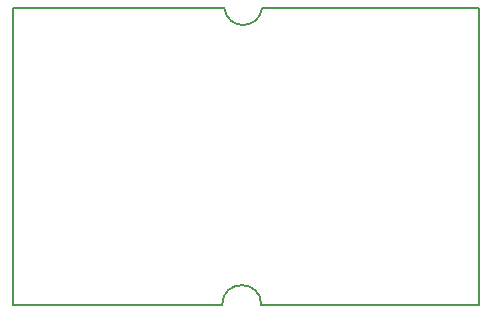
<source format=gbr>
G04 #@! TF.GenerationSoftware,KiCad,Pcbnew,(5.1.4)-1*
G04 #@! TF.CreationDate,2019-12-30T10:25:26+01:00*
G04 #@! TF.ProjectId,HDMI,48444d49-2e6b-4696-9361-645f70636258,rev?*
G04 #@! TF.SameCoordinates,Original*
G04 #@! TF.FileFunction,Profile,NP*
%FSLAX46Y46*%
G04 Gerber Fmt 4.6, Leading zero omitted, Abs format (unit mm)*
G04 Created by KiCad (PCBNEW (5.1.4)-1) date 2019-12-30 10:25:26*
%MOMM*%
%LPD*%
G04 APERTURE LIST*
%ADD10C,0.150000*%
%ADD11C,0.200000*%
G04 APERTURE END LIST*
D10*
X150495000Y-89408000D02*
X132016500Y-89408000D01*
X128714500Y-89408000D02*
G75*
G02X132016500Y-89408000I1651000J0D01*
G01*
D11*
X128905000Y-64325500D02*
X110998000Y-64325500D01*
X132080000Y-64325500D02*
G75*
G02X128905098Y-64325500I-1587451J200000D01*
G01*
X132082450Y-64325500D02*
X150495000Y-64325500D01*
D10*
X128714500Y-89408000D02*
X110998000Y-89408000D01*
X150495000Y-64325500D02*
X150495000Y-89408000D01*
X110998000Y-64325500D02*
X110998000Y-89408000D01*
M02*

</source>
